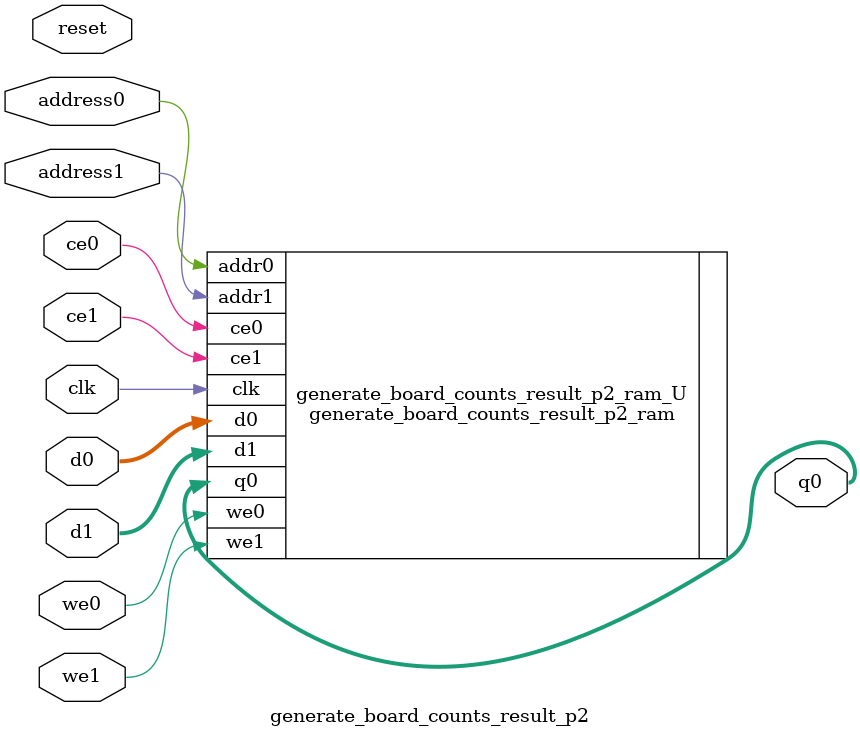
<source format=v>

`timescale 1 ns / 1 ps
module generate_board_counts_result_p2(
    reset,
    clk,
    address0,
    ce0,
    we0,
    d0,
    q0,
    address1,
    ce1,
    we1,
    d1);

parameter DataWidth = 32'd32;
parameter AddressRange = 32'd2;
parameter AddressWidth = 32'd1;
input reset;
input clk;
input[AddressWidth - 1:0] address0;
input ce0;
input we0;
input[DataWidth - 1:0] d0;
output[DataWidth - 1:0] q0;
input[AddressWidth - 1:0] address1;
input ce1;
input we1;
input[DataWidth - 1:0] d1;



generate_board_counts_result_p2_ram generate_board_counts_result_p2_ram_U(
    .clk( clk ),
    .addr0( address0 ),
    .ce0( ce0 ),
    .d0( d0 ),
    .we0( we0 ),
    .q0( q0 ),
    .addr1( address1 ),
    .ce1( ce1 ),
    .d1( d1 ),
    .we1( we1 ));

endmodule

</source>
